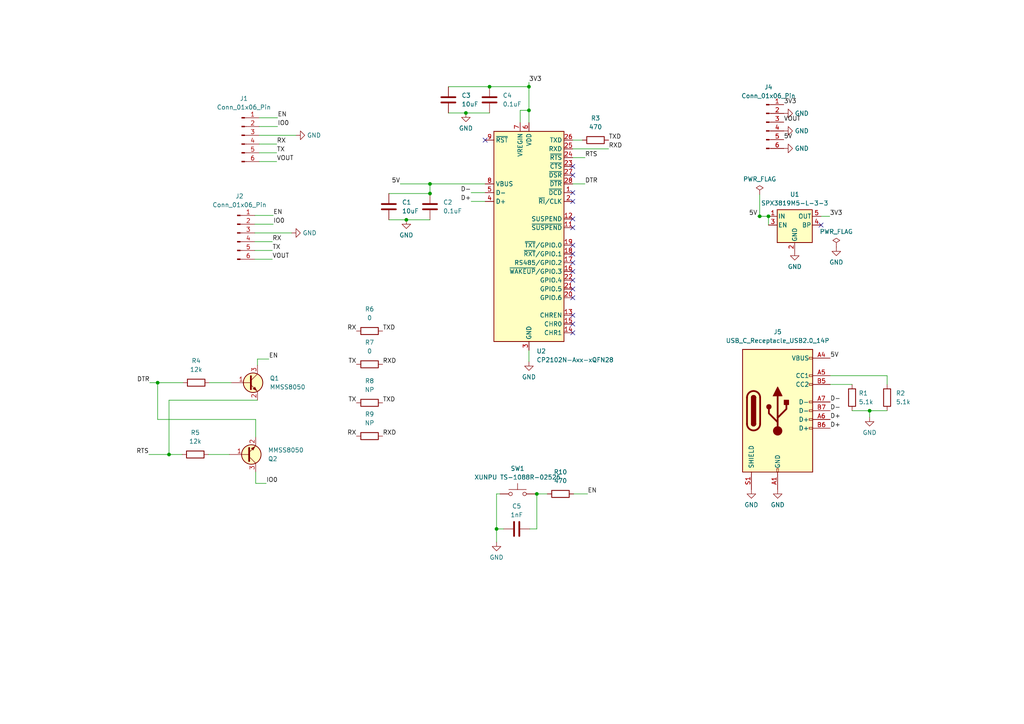
<source format=kicad_sch>
(kicad_sch (version 20230121) (generator eeschema)
  (paper "A4")
  (lib_symbols
    (symbol "Connector:Conn_01x06_Pin" (pin_names (offset 1.016) hide)
      (property "Reference" "J" (at 0 7.62 0))
      (property "Value" "Conn_01x06_Pin" (at 0 -10.16 0))
      (symbol "Conn_01x06_Pin_1_1"
        (polyline (pts (xy 1.27 -7.62) (xy 0.8636 -7.62)) (stroke (width 0.1524)))
        (polyline (pts (xy 1.27 -5.08) (xy 0.8636 -5.08)) (stroke (width 0.1524)))
        (polyline (pts (xy 1.27 -2.54) (xy 0.8636 -2.54)) (stroke (width 0.1524)))
        (polyline (pts (xy 1.27 0) (xy 0.8636 0)) (stroke (width 0.1524)))
        (polyline (pts (xy 1.27 2.54) (xy 0.8636 2.54)) (stroke (width 0.1524)))
        (polyline (pts (xy 1.27 5.08) (xy 0.8636 5.08)) (stroke (width 0.1524)))
        (rectangle (start 0.8636 -7.493) (end 0 -7.747) (stroke (width 0.1524)) (fill (type outline)))
        (rectangle (start 0.8636 -4.953) (end 0 -5.207) (stroke (width 0.1524)) (fill (type outline)))
        (rectangle (start 0.8636 -2.413) (end 0 -2.667) (stroke (width 0.1524)) (fill (type outline)))
        (rectangle (start 0.8636 0.127) (end 0 -0.127) (stroke (width 0.1524)) (fill (type outline)))
        (rectangle (start 0.8636 2.667) (end 0 2.413) (stroke (width 0.1524)) (fill (type outline)))
        (rectangle (start 0.8636 5.207) (end 0 4.953) (stroke (width 0.1524)) (fill (type outline)))
        (pin passive line (at 5.08 5.08 180) (length 3.81) (name "Pin_1") (number "1"))
        (pin passive line (at 5.08 2.54 180) (length 3.81) (name "Pin_2") (number "2"))
        (pin passive line (at 5.08 0 180) (length 3.81) (name "Pin_3") (number "3"))
        (pin passive line (at 5.08 -2.54 180) (length 3.81) (name "Pin_4") (number "4"))
        (pin passive line (at 5.08 -5.08 180) (length 3.81) (name "Pin_5") (number "5"))
        (pin passive line (at 5.08 -7.62 180) (length 3.81) (name "Pin_6") (number "6"))
      )
    )
    (symbol "Connector:USB_C_Receptacle_USB2.0_14P" (pin_names (offset 1.016))
      (property "Reference" "J" (at 0 22.225 0))
      (property "Value" "USB_C_Receptacle_USB2.0_14P" (at 0 19.685 0))
      (symbol "USB_C_Receptacle_USB2.0_14P_0_0"
        (rectangle (start -0.254 -17.78) (end 0.254 -16.764))
        (rectangle (start 10.16 -4.826) (end 9.144 -5.334))
        (rectangle (start 10.16 -2.286) (end 9.144 -2.794))
        (rectangle (start 10.16 0.254) (end 9.144 -0.254))
        (rectangle (start 10.16 2.794) (end 9.144 2.286))
        (rectangle (start 10.16 7.874) (end 9.144 7.366))
        (rectangle (start 10.16 10.414) (end 9.144 9.906))
        (rectangle (start 10.16 15.494) (end 9.144 14.986))
      )
      (symbol "USB_C_Receptacle_USB2.0_14P_0_1"
        (rectangle (start -10.16 17.78) (end 10.16 -17.78) (stroke (width 0.254)) (fill (type background)))
        (arc (start -8.89 -3.81) (mid -6.985 -5.7067) (end -5.08 -3.81) (stroke (width 0.508)))
        (arc (start -7.62 -3.81) (mid -6.985 -4.4423) (end -6.35 -3.81) (stroke (width 0.254)))
        (arc (start -7.62 -3.81) (mid -6.985 -4.4423) (end -6.35 -3.81) (stroke (width 0.254)) (fill (type outline)))
        (rectangle (start -7.62 -3.81) (end -6.35 3.81) (stroke (width 0.254)) (fill (type outline)))
        (arc (start -6.35 3.81) (mid -6.985 4.4423) (end -7.62 3.81) (stroke (width 0.254)))
        (arc (start -6.35 3.81) (mid -6.985 4.4423) (end -7.62 3.81) (stroke (width 0.254)) (fill (type outline)))
        (arc (start -5.08 3.81) (mid -6.985 5.7067) (end -8.89 3.81) (stroke (width 0.508)))
        (circle (center -2.54 1.143) (radius 0.635) (stroke (width 0.254)) (fill (type outline)))
        (circle (center 0 -5.842) (radius 1.27) (fill (type outline)))
        (polyline (pts (xy -8.89 -3.81) (xy -8.89 3.81)) (stroke (width 0.508)))
        (polyline (pts (xy -5.08 3.81) (xy -5.08 -3.81)) (stroke (width 0.508)))
        (polyline (pts (xy 0 -5.842) (xy 0 4.318)) (stroke (width 0.508)))
        (polyline (pts (xy 0 -3.302) (xy -2.54 -0.762) (xy -2.54 0.508)) (stroke (width 0.508)))
        (polyline (pts (xy 0 -2.032) (xy 2.54 0.508) (xy 2.54 1.778)) (stroke (width 0.508)))
        (polyline (pts (xy -1.27 4.318) (xy 0 6.858) (xy 1.27 4.318) (xy -1.27 4.318)) (stroke (width 0.254)) (fill (type outline)))
        (rectangle (start 1.905 1.778) (end 3.175 3.048) (stroke (width 0.254)) (fill (type outline)))
      )
      (symbol "USB_C_Receptacle_USB2.0_14P_1_1"
        (pin passive line (at 0 -22.86 90) (length 5.08) (name "GND") (number "A1"))
        (pin passive line (at 0 -22.86 90) (length 5.08) hide (name "GND") (number "A12"))
        (pin passive line (at 15.24 15.24 180) (length 5.08) (name "VBUS") (number "A4"))
        (pin bidirectional line (at 15.24 10.16 180) (length 5.08) (name "CC1") (number "A5"))
        (pin bidirectional line (at 15.24 -2.54 180) (length 5.08) (name "D+") (number "A6"))
        (pin bidirectional line (at 15.24 2.54 180) (length 5.08) (name "D-") (number "A7"))
        (pin passive line (at 15.24 15.24 180) (length 5.08) hide (name "VBUS") (number "A9"))
        (pin passive line (at 0 -22.86 90) (length 5.08) hide (name "GND") (number "B1"))
        (pin passive line (at 0 -22.86 90) (length 5.08) hide (name "GND") (number "B12"))
        (pin passive line (at 15.24 15.24 180) (length 5.08) hide (name "VBUS") (number "B4"))
        (pin bidirectional line (at 15.24 7.62 180) (length 5.08) (name "CC2") (number "B5"))
        (pin bidirectional line (at 15.24 -5.08 180) (length 5.08) (name "D+") (number "B6"))
        (pin bidirectional line (at 15.24 0 180) (length 5.08) (name "D-") (number "B7"))
        (pin passive line (at 15.24 15.24 180) (length 5.08) hide (name "VBUS") (number "B9"))
        (pin passive line (at -7.62 -22.86 90) (length 5.08) (name "SHIELD") (number "S1"))
      )
    )
    (symbol "Device:C" (pin_numbers hide) (pin_names (offset 0.254))
      (property "Reference" "C" (at 0.635 2.54 0))
      (property "Value" "C" (at 0.635 -2.54 0))
      (symbol "C_0_1"
        (polyline (pts (xy -2.032 -0.762) (xy 2.032 -0.762)) (stroke (width 0.508)))
        (polyline (pts (xy -2.032 0.762) (xy 2.032 0.762)) (stroke (width 0.508)))
      )
      (symbol "C_1_1"
        (pin passive line (at 0 3.81 270) (length 2.794) (name "~") (number "1"))
        (pin passive line (at 0 -3.81 90) (length 2.794) (name "~") (number "2"))
      )
    )
    (symbol "Device:R" (pin_numbers hide) (pin_names (offset 0))
      (property "Reference" "R" (at 2.032 0 90))
      (property "Value" "R" (at 0 0 90))
      (symbol "R_0_1"
        (rectangle (start -1.016 -2.54) (end 1.016 2.54) (stroke (width 0.254)))
      )
      (symbol "R_1_1"
        (pin passive line (at 0 3.81 270) (length 1.27) (name "~") (number "1"))
        (pin passive line (at 0 -3.81 90) (length 1.27) (name "~") (number "2"))
      )
    )
    (symbol "Interface_USB:CP2102N-Axx-xQFN28"
      (property "Reference" "U" (at -8.89 31.75 0))
      (property "Value" "CP2102N-Axx-xQFN28" (at 12.7 31.75 0))
      (symbol "CP2102N-Axx-xQFN28_0_1"
        (rectangle (start -10.16 30.48) (end 10.16 -30.48) (stroke (width 0.254)) (fill (type background)))
      )
      (symbol "CP2102N-Axx-xQFN28_1_1"
        (pin input line (at 12.7 12.7 180) (length 2.54) (name "~{DCD}") (number "1"))
        (pin no_connect line (at -10.16 -27.94 0) (length 2.54) hide (name "NC") (number "10"))
        (pin output line (at 12.7 2.54 180) (length 2.54) (name "~{SUSPEND}") (number "11"))
        (pin output line (at 12.7 5.08 180) (length 2.54) (name "SUSPEND") (number "12"))
        (pin output line (at 12.7 -22.86 180) (length 2.54) (name "CHREN") (number "13"))
        (pin output line (at 12.7 -27.94 180) (length 2.54) (name "CHR1") (number "14"))
        (pin output line (at 12.7 -25.4 180) (length 2.54) (name "CHR0") (number "15"))
        (pin bidirectional line (at 12.7 -10.16 180) (length 2.54) (name "~{WAKEUP}/GPIO.3") (number "16"))
        (pin bidirectional line (at 12.7 -7.62 180) (length 2.54) (name "RS485/GPIO.2") (number "17"))
        (pin bidirectional line (at 12.7 -5.08 180) (length 2.54) (name "~{RXT}/GPIO.1") (number "18"))
        (pin bidirectional line (at 12.7 -2.54 180) (length 2.54) (name "~{TXT}/GPIO.0") (number "19"))
        (pin bidirectional line (at 12.7 10.16 180) (length 2.54) (name "~{RI}/CLK") (number "2"))
        (pin bidirectional line (at 12.7 -17.78 180) (length 2.54) (name "GPIO.6") (number "20"))
        (pin bidirectional line (at 12.7 -15.24 180) (length 2.54) (name "GPIO.5") (number "21"))
        (pin bidirectional line (at 12.7 -12.7 180) (length 2.54) (name "GPIO.4") (number "22"))
        (pin input line (at 12.7 20.32 180) (length 2.54) (name "~{CTS}") (number "23"))
        (pin output line (at 12.7 22.86 180) (length 2.54) (name "~{RTS}") (number "24"))
        (pin input line (at 12.7 25.4 180) (length 2.54) (name "RXD") (number "25"))
        (pin output line (at 12.7 27.94 180) (length 2.54) (name "TXD") (number "26"))
        (pin input line (at 12.7 17.78 180) (length 2.54) (name "~{DSR}") (number "27"))
        (pin output line (at 12.7 15.24 180) (length 2.54) (name "~{DTR}") (number "28"))
        (pin passive line (at 0 -33.02 90) (length 2.54) hide (name "GND") (number "29"))
        (pin power_in line (at 0 -33.02 90) (length 2.54) (name "GND") (number "3"))
        (pin bidirectional line (at -12.7 10.16 0) (length 2.54) (name "D+") (number "4"))
        (pin bidirectional line (at -12.7 12.7 0) (length 2.54) (name "D-") (number "5"))
        (pin power_in line (at 0 33.02 270) (length 2.54) (name "VDD") (number "6"))
        (pin power_in line (at -2.54 33.02 270) (length 2.54) (name "VREGIN") (number "7"))
        (pin input line (at -12.7 15.24 0) (length 2.54) (name "VBUS") (number "8"))
        (pin input line (at -12.7 27.94 0) (length 2.54) (name "~{RST}") (number "9"))
      )
    )
    (symbol "Regulator_Linear:SPX3819M5-L-3-3" (pin_names (offset 0.254))
      (property "Reference" "U" (at -3.81 5.715 0))
      (property "Value" "SPX3819M5-L-3-3" (at 0 5.715 0))
      (symbol "SPX3819M5-L-3-3_0_1"
        (rectangle (start -5.08 4.445) (end 5.08 -5.08) (stroke (width 0.254)) (fill (type background)))
      )
      (symbol "SPX3819M5-L-3-3_1_1"
        (pin power_in line (at -7.62 2.54 0) (length 2.54) (name "IN") (number "1"))
        (pin power_in line (at 0 -7.62 90) (length 2.54) (name "GND") (number "2"))
        (pin input line (at -7.62 0 0) (length 2.54) (name "EN") (number "3"))
        (pin input line (at 7.62 0 180) (length 2.54) (name "BP") (number "4"))
        (pin power_out line (at 7.62 2.54 180) (length 2.54) (name "OUT") (number "5"))
      )
    )
    (symbol "Switch:SW_Push" (pin_numbers hide) (pin_names (offset 1.016) hide)
      (property "Reference" "SW" (at 1.27 2.54 0))
      (property "Value" "SW_Push" (at 0 -1.524 0))
      (symbol "SW_Push_0_1"
        (circle (center -2.032 0) (radius 0.508))
        (polyline (pts (xy 0 1.27) (xy 0 3.048)))
        (polyline (pts (xy 2.54 1.27) (xy -2.54 1.27)))
        (circle (center 2.032 0) (radius 0.508))
        (pin passive line (at -5.08 0 0) (length 2.54) (name "1") (number "1"))
        (pin passive line (at 5.08 0 180) (length 2.54) (name "2") (number "2"))
      )
    )
    (symbol "Transistor_BJT_AKL:MMSS8050" (pin_names hide)
      (property "Reference" "Q" (at 5.08 1.27 0))
      (property "Value" "MMSS8050" (at 5.08 -1.27 0))
      (symbol "MMSS8050_0_1"
        (polyline (pts (xy 0.635 0.635) (xy 2.54 2.54)))
        (polyline (pts (xy 0.635 -0.635) (xy 2.54 -2.54) (xy 2.54 -2.54)))
        (polyline (pts (xy 0.635 1.905) (xy 0.635 -1.905) (xy 0.635 -1.905)) (stroke (width 0.508)))
        (polyline (pts (xy 1.27 -1.778) (xy 1.778 -1.27) (xy 2.286 -2.286) (xy 1.27 -1.778) (xy 1.27 -1.778)) (fill (type outline)))
        (circle (center 1.27 0) (radius 2.8194) (stroke (width 0.254)) (fill (type background)))
      )
      (symbol "MMSS8050_1_1"
        (pin input line (at -5.08 0 0) (length 5.715) (name "B") (number "1"))
        (pin passive line (at 2.54 -5.08 90) (length 2.54) (name "E") (number "2"))
        (pin passive line (at 2.54 5.08 270) (length 2.54) (name "C") (number "3"))
      )
    )
    (symbol "power:GND" (power) (pin_names (offset 0))
      (property "Value" "GND" (at 0 -3.81 0))
      (symbol "GND_0_1"
        (polyline (pts (xy 0 0) (xy 0 -1.27) (xy 1.27 -1.27) (xy 0 -2.54) (xy -1.27 -1.27) (xy 0 -1.27)))
      )
      (symbol "GND_1_1"
        (pin power_in line (at 0 0 270) (length 0) hide (name "GND") (number "1"))
      )
    )
    (symbol "power:PWR_FLAG" (power) (pin_numbers hide) (pin_names (offset 0) hide)
      (property "Value" "PWR_FLAG" (at 0 3.81 0))
      (symbol "PWR_FLAG_0_0"
        (pin power_out line (at 0 0 90) (length 0) (name "pwr") (number "1"))
      )
      (symbol "PWR_FLAG_0_1"
        (polyline (pts (xy 0 0) (xy 0 1.27) (xy -1.016 1.905) (xy 0 2.54) (xy 1.016 1.905) (xy 0 1.27)))
      )
    )
  )
  (junction (at 141.986 25.146))
  (junction (at 222.885 62.738))
  (junction (at 135.128 32.766))
  (junction (at 49.022 131.826))
  (junction (at 220.345 62.738))
  (junction (at 124.714 53.34))
  (junction (at 45.72 110.998))
  (junction (at 153.416 32.004))
  (junction (at 252.222 119.126))
  (junction (at 155.702 143.256))
  (junction (at 153.416 25.146))
  (junction (at 124.714 56.134))
  (junction (at 117.856 63.754))
  (junction (at 144.018 153.416))
  (no_connect (at 166.116 81.28))
  (no_connect (at 166.116 73.66))
  (no_connect (at 166.116 91.44))
  (no_connect (at 238.125 65.278))
  (no_connect (at 166.116 86.36))
  (no_connect (at 166.116 66.04))
  (no_connect (at 140.716 40.64))
  (no_connect (at 166.116 58.42))
  (no_connect (at 166.116 71.12))
  (no_connect (at 166.116 50.8))
  (no_connect (at 166.116 78.74))
  (no_connect (at 166.116 76.2))
  (no_connect (at 166.116 63.5))
  (no_connect (at 166.116 55.88))
  (no_connect (at 166.116 93.98))
  (no_connect (at 166.116 83.82))
  (no_connect (at 166.116 48.26))
  (no_connect (at 166.116 96.52))
  (wire (pts (xy 75.184 36.703) (xy 80.518 36.703)))
  (wire (pts (xy 166.37 143.256) (xy 170.434 143.256)))
  (wire (pts (xy 130.048 25.146) (xy 141.986 25.146)))
  (wire (pts (xy 144.018 143.256) (xy 145.034 143.256)))
  (wire (pts (xy 155.702 143.256) (xy 158.75 143.256)))
  (wire (pts (xy 112.776 56.134) (xy 124.714 56.134)))
  (wire (pts (xy 155.194 143.256) (xy 155.702 143.256)))
  (wire (pts (xy 150.876 35.56) (xy 150.876 32.004)))
  (wire (pts (xy 112.776 63.754) (xy 117.856 63.754)))
  (wire (pts (xy 130.048 32.766) (xy 135.128 32.766)))
  (wire (pts (xy 252.222 119.126) (xy 252.222 121.031)))
  (wire (pts (xy 247.142 119.126) (xy 252.222 119.126)))
  (wire (pts (xy 74.676 104.14) (xy 74.676 105.918)))
  (wire (pts (xy 75.184 41.783) (xy 80.264 41.783)))
  (wire (pts (xy 144.018 153.416) (xy 144.018 143.256)))
  (wire (pts (xy 153.416 32.004) (xy 153.416 35.56)))
  (wire (pts (xy 150.876 32.004) (xy 153.416 32.004)))
  (wire (pts (xy 45.72 121.666) (xy 74.168 121.666)))
  (wire (pts (xy 166.116 45.72) (xy 169.672 45.72)))
  (wire (pts (xy 80.518 34.163) (xy 75.184 34.163)))
  (wire (pts (xy 75.184 46.863) (xy 80.264 46.863)))
  (wire (pts (xy 60.452 131.826) (xy 66.548 131.826)))
  (wire (pts (xy 74.168 121.666) (xy 74.168 126.746)))
  (wire (pts (xy 136.652 58.42) (xy 140.716 58.42)))
  (wire (pts (xy 43.18 131.826) (xy 49.022 131.826)))
  (wire (pts (xy 60.706 110.998) (xy 67.056 110.998)))
  (wire (pts (xy 144.018 157.226) (xy 144.018 153.416)))
  (wire (pts (xy 176.53 43.18) (xy 166.116 43.18)))
  (wire (pts (xy 74.168 140.208) (xy 74.168 136.906)))
  (wire (pts (xy 238.125 62.738) (xy 240.665 62.738)))
  (wire (pts (xy 116.078 53.34) (xy 124.714 53.34)))
  (wire (pts (xy 74.676 116.078) (xy 49.022 116.078)))
  (wire (pts (xy 124.714 53.34) (xy 124.714 56.134)))
  (wire (pts (xy 222.885 62.738) (xy 222.885 65.278)))
  (wire (pts (xy 45.72 110.998) (xy 45.72 121.666)))
  (wire (pts (xy 49.022 116.078) (xy 49.022 131.826)))
  (wire (pts (xy 75.184 39.243) (xy 85.852 39.243)))
  (wire (pts (xy 240.792 108.966) (xy 257.302 108.966)))
  (wire (pts (xy 166.116 40.64) (xy 168.91 40.64)))
  (wire (pts (xy 257.302 108.966) (xy 257.302 111.506)))
  (wire (pts (xy 153.67 153.416) (xy 155.702 153.416)))
  (wire (pts (xy 220.345 62.738) (xy 222.885 62.738)))
  (wire (pts (xy 77.216 140.208) (xy 74.168 140.208)))
  (wire (pts (xy 155.702 143.256) (xy 155.702 153.416)))
  (wire (pts (xy 73.914 72.644) (xy 78.994 72.644)))
  (wire (pts (xy 153.416 23.876) (xy 153.416 25.146)))
  (wire (pts (xy 73.914 70.104) (xy 78.994 70.104)))
  (wire (pts (xy 153.416 104.902) (xy 153.416 101.6)))
  (wire (pts (xy 124.714 53.34) (xy 140.716 53.34)))
  (wire (pts (xy 166.116 53.34) (xy 169.672 53.34)))
  (wire (pts (xy 240.792 111.506) (xy 247.142 111.506)))
  (wire (pts (xy 49.022 131.826) (xy 52.832 131.826)))
  (wire (pts (xy 252.222 119.126) (xy 257.302 119.126)))
  (wire (pts (xy 146.05 153.416) (xy 144.018 153.416)))
  (wire (pts (xy 77.978 104.14) (xy 74.676 104.14)))
  (wire (pts (xy 141.986 25.146) (xy 153.416 25.146)))
  (wire (pts (xy 45.72 110.998) (xy 53.086 110.998)))
  (wire (pts (xy 73.914 75.184) (xy 78.994 75.184)))
  (wire (pts (xy 43.434 110.998) (xy 45.72 110.998)))
  (wire (pts (xy 75.184 44.323) (xy 80.264 44.323)))
  (wire (pts (xy 136.652 55.88) (xy 140.716 55.88)))
  (wire (pts (xy 73.914 65.024) (xy 79.248 65.024)))
  (wire (pts (xy 73.914 67.564) (xy 84.582 67.564)))
  (wire (pts (xy 79.248 62.484) (xy 73.914 62.484)))
  (wire (pts (xy 117.856 63.754) (xy 124.714 63.754)))
  (wire (pts (xy 220.345 56.388) (xy 220.345 62.738)))
  (wire (pts (xy 153.416 25.146) (xy 153.416 32.004)))
  (wire (pts (xy 219.71 62.738) (xy 220.345 62.738)))
  (wire (pts (xy 135.128 32.766) (xy 141.986 32.766)))
  (label "EN" (at 79.248 62.484 0))
  (label "RTS" (at 43.18 131.826 180))
  (label "IO0" (at 79.248 65.024 0))
  (label "EN" (at 170.434 143.256 0))
  (label "D+" (at 240.792 121.666 0))
  (label "5V" (at 240.792 103.886 0))
  (label "RX" (at 103.378 96.012 180))
  (label "TX" (at 78.994 72.644 0))
  (label "3V3" (at 153.416 23.876 0))
  (label "RX" (at 80.264 41.783 0))
  (label "RXD" (at 110.998 105.664 0))
  (label "3V3" (at 227.33 30.353 0))
  (label "EN" (at 77.978 104.14 0))
  (label "D+" (at 136.652 58.42 180))
  (label "IO0" (at 77.216 140.208 0))
  (label "TX" (at 103.378 116.84 180))
  (label "D-" (at 240.792 119.126 0))
  (label "VOUT" (at 227.33 35.433 0))
  (label "TX" (at 103.378 105.664 180))
  (label "5V" (at 219.71 62.738 180))
  (label "EN" (at 80.518 34.163 0))
  (label "TXD" (at 176.53 40.64 0))
  (label "D+" (at 240.792 124.206 0))
  (label "RXD" (at 176.53 43.18 0))
  (label "VOUT" (at 78.994 75.184 0))
  (label "TXD" (at 110.998 96.012 0))
  (label "RTS" (at 169.672 45.72 0))
  (label "D-" (at 240.792 116.586 0))
  (label "3V3" (at 240.665 62.738 0))
  (label "RXD" (at 110.998 126.492 0))
  (label "D-" (at 136.652 55.88 180))
  (label "RX" (at 78.994 70.104 0))
  (label "5V" (at 116.078 53.34 180))
  (label "VOUT" (at 80.264 46.863 0))
  (label "5V" (at 227.33 40.513 0))
  (label "IO0" (at 80.518 36.703 0))
  (label "DTR" (at 43.434 110.998 180))
  (label "DTR" (at 169.672 53.34 0))
  (label "TX" (at 80.264 44.323 0))
  (label "RX" (at 103.378 126.492 180))
  (label "TXD" (at 110.998 116.84 0))
  (symbol (lib_id "power:GND") (at 135.128 32.766 0) (unit 1)
    (property "Reference" "#PWR012" (effects hide))
    (property "Value" "GND" (at 135.128 37.211 0))
  )
  (symbol (lib_id "Device:R") (at 56.642 131.826 90) (unit 1)
    (property "Reference" "R5" (at 56.642 125.476 90))
    (property "Value" "12k" (at 56.642 128.016 90))
    (property "Footprint" "Resistor_SMD:R_0603_1608Metric" (effects hide))
  )
  (symbol (lib_id "power:GND") (at 227.33 37.973 90) (unit 1)
    (property "Reference" "#PWR05" (effects hide))
    (property "Value" "GND" (at 230.505 37.973 90) (effects (justify right)))
  )
  (symbol (lib_id "power:GND") (at 144.018 157.226 0) (unit 1)
    (property "Reference" "#PWR014" (effects hide))
    (property "Value" "GND" (at 144.018 161.671 0))
  )
  (symbol (lib_id "power:GND") (at 230.505 72.898 0) (unit 1)
    (property "Reference" "#PWR07" (effects hide))
    (property "Value" "GND" (at 230.505 77.343 0))
  )
  (symbol (lib_id "Transistor_BJT_AKL:MMSS8050") (at 71.628 131.826 0) (mirror x) (unit 1)
    (property "Reference" "Q2" (at 77.724 133.096 0) (effects (justify left)))
    (property "Value" "MMSS8050" (at 77.724 130.556 0) (effects (justify left)))
    (property "Footprint" "Package_TO_SOT_SMD_AKL:SOT-23" (effects hide))
    (property "Datasheet" "https://www.tme.eu/Document/724c1368d1e41c0842e24711fa206132/MMSS8050.pdf" (effects hide))
  )
  (symbol (lib_id "power:GND") (at 227.33 43.053 90) (unit 1)
    (property "Reference" "#PWR06" (effects hide))
    (property "Value" "GND" (at 230.505 43.053 90) (effects (justify right)))
  )
  (symbol (lib_id "power:GND") (at 117.856 63.754 0) (unit 1)
    (property "Reference" "#PWR03" (effects hide))
    (property "Value" "GND" (at 117.856 68.199 0))
  )
  (symbol (lib_id "Device:R") (at 107.188 116.84 90) (unit 1)
    (property "Reference" "R8" (at 107.188 110.49 90))
    (property "Value" "NP" (at 107.188 113.03 90))
    (property "Footprint" "Resistor_SMD:R_0603_1608Metric" (effects hide))
  )
  (symbol (lib_id "Transistor_BJT_AKL:MMSS8050") (at 72.136 110.998 0) (unit 1)
    (property "Reference" "Q1" (at 78.232 109.728 0) (effects (justify left)))
    (property "Value" "MMSS8050" (at 78.232 112.268 0) (effects (justify left)))
    (property "Footprint" "Package_TO_SOT_SMD_AKL:SOT-23" (effects hide))
    (property "Datasheet" "https://www.tme.eu/Document/724c1368d1e41c0842e24711fa206132/MMSS8050.pdf" (effects hide))
  )
  (symbol (lib_id "power:PWR_FLAG") (at 220.345 56.388 0) (unit 1)
    (property "Reference" "#FLG01" (effects hide))
    (property "Value" "PWR_FLAG" (at 220.345 51.943 0))
  )
  (symbol (lib_id "Connector:USB_C_Receptacle_USB2.0_14P") (at 225.552 119.126 0) (unit 1)
    (property "Reference" "J5" (at 225.552 96.266 0))
    (property "Value" "USB_C_Receptacle_USB2.0_14P" (at 225.552 98.806 0))
    (property "Footprint" "Connector_USB:USB_C_Receptacle_XKB_U262-16XN-4BVC11" (effects hide))
    (property "Datasheet" "https://www.usb.org/sites/default/files/documents/usb_type-c.zip" (effects hide))
  )
  (symbol (lib_id "Device:C") (at 124.714 59.944 0) (unit 1)
    (property "Reference" "C2" (at 128.524 58.674 0) (effects (justify left)))
    (property "Value" "0.1uF" (at 128.524 61.214 0) (effects (justify left)))
    (property "Footprint" "Capacitor_SMD:C_0603_1608Metric" (effects hide))
  )
  (symbol (lib_id "Interface_USB:CP2102N-Axx-xQFN28") (at 153.416 68.58 0) (unit 1)
    (property "Reference" "U2" (at 155.6101 101.854 0) (effects (justify left)))
    (property "Value" "CP2102N-Axx-xQFN28" (at 155.6101 104.394 0) (effects (justify left)))
    (property "Footprint" "Package_DFN_QFN:QFN-28-1EP_5x5mm_P0.5mm_EP3.35x3.35mm" (effects hide))
    (property "Datasheet" "https://www.silabs.com/documents/public/data-sheets/cp2102n-datasheet.pdf" (effects hide))
  )
  (symbol (lib_id "Connector:Conn_01x06_Pin") (at 222.25 35.433 0) (unit 1)
    (property "Reference" "J4" (at 222.885 25.273 0))
    (property "Value" "Conn_01x06_Pin" (at 222.885 27.813 0))
    (property "Footprint" "Connector_PinHeader_2.54mm:PinHeader_2x03_P2.54mm_Vertical" (effects hide))
  )
  (symbol (lib_id "Device:C") (at 112.776 59.944 0) (unit 1)
    (property "Reference" "C1" (at 116.586 58.674 0) (effects (justify left)))
    (property "Value" "10uF" (at 116.586 61.214 0) (effects (justify left)))
    (property "Footprint" "Capacitor_SMD:C_0603_1608Metric" (effects hide))
  )
  (symbol (lib_id "Device:C") (at 149.86 153.416 90) (unit 1)
    (property "Reference" "C5" (at 149.86 146.812 90))
    (property "Value" "1nF" (at 149.86 149.352 90))
    (property "Footprint" "Capacitor_SMD:C_0603_1608Metric" (effects hide))
  )
  (symbol (lib_id "Device:R") (at 247.142 115.316 180) (unit 1)
    (property "Reference" "R1" (at 249.047 114.046 0) (effects (justify right)))
    (property "Value" "5.1k" (at 249.047 116.586 0) (effects (justify right)))
    (property "Footprint" "Resistor_SMD:R_0603_1608Metric" (effects hide))
  )
  (symbol (lib_id "Regulator_Linear:SPX3819M5-L-3-3") (at 230.505 65.278 0) (unit 1)
    (property "Reference" "U1" (at 230.505 56.388 0))
    (property "Value" "SPX3819M5-L-3-3" (at 230.505 58.928 0))
    (property "Footprint" "Package_TO_SOT_SMD:SOT-23-5" (effects hide))
    (property "Datasheet" "https://www.exar.com/content/document.ashx?id=22106&languageid=1033&type=Datasheet&partnumber=SPX3819&filename=SPX3819.pdf&part=SPX3819" (effects hide))
  )
  (symbol (lib_id "power:GND") (at 252.222 121.031 0) (unit 1)
    (property "Reference" "#PWR011" (effects hide))
    (property "Value" "GND" (at 252.222 125.476 0))
  )
  (symbol (lib_id "Device:C") (at 141.986 28.956 0) (unit 1)
    (property "Reference" "C4" (at 145.796 27.686 0) (effects (justify left)))
    (property "Value" "0.1uF" (at 145.796 30.226 0) (effects (justify left)))
    (property "Footprint" "Capacitor_SMD:C_0603_1608Metric" (effects hide))
  )
  (symbol (lib_id "power:GND") (at 217.932 141.986 0) (unit 1)
    (property "Reference" "#PWR09" (effects hide))
    (property "Value" "GND" (at 217.932 146.431 0))
  )
  (symbol (lib_id "power:GND") (at 227.33 32.893 90) (unit 1)
    (property "Reference" "#PWR04" (effects hide))
    (property "Value" "GND" (at 230.505 32.893 90) (effects (justify right)))
  )
  (symbol (lib_id "Device:R") (at 56.896 110.998 90) (unit 1)
    (property "Reference" "R4" (at 56.896 104.648 90))
    (property "Value" "12k" (at 56.896 107.188 90))
    (property "Footprint" "Resistor_SMD:R_0603_1608Metric" (effects hide))
  )
  (symbol (lib_id "Device:R") (at 107.188 105.664 90) (unit 1)
    (property "Reference" "R7" (at 107.188 99.314 90))
    (property "Value" "0" (at 107.188 101.854 90))
    (property "Footprint" "Resistor_SMD:R_0603_1608Metric" (effects hide))
  )
  (symbol (lib_id "Device:R") (at 257.302 115.316 180) (unit 1)
    (property "Reference" "R2" (at 259.842 114.046 0) (effects (justify right)))
    (property "Value" "5.1k" (at 259.842 116.586 0) (effects (justify right)))
    (property "Footprint" "Resistor_SMD:R_0603_1608Metric" (effects hide))
  )
  (symbol (lib_id "power:GND") (at 84.582 67.564 90) (unit 1)
    (property "Reference" "#PWR013" (effects hide))
    (property "Value" "GND" (at 87.757 67.564 90) (effects (justify right)))
  )
  (symbol (lib_id "power:GND") (at 85.852 39.243 90) (unit 1)
    (property "Reference" "#PWR01" (effects hide))
    (property "Value" "GND" (at 89.027 39.243 90) (effects (justify right)))
  )
  (symbol (lib_id "Device:C") (at 130.048 28.956 0) (unit 1)
    (property "Reference" "C3" (at 133.858 27.686 0) (effects (justify left)))
    (property "Value" "10uF" (at 133.858 30.226 0) (effects (justify left)))
    (property "Footprint" "Capacitor_SMD:C_0603_1608Metric" (effects hide))
  )
  (symbol (lib_id "power:GND") (at 153.416 104.902 0) (unit 1)
    (property "Reference" "#PWR02" (effects hide))
    (property "Value" "GND" (at 153.416 109.347 0))
  )
  (symbol (lib_id "power:GND") (at 242.57 71.628 0) (unit 1)
    (property "Reference" "#PWR08" (effects hide))
    (property "Value" "GND" (at 242.57 76.073 0))
  )
  (symbol (lib_id "Switch:SW_Push") (at 150.114 143.256 0) (unit 1)
    (property "Reference" "SW1" (at 150.114 135.89 0))
    (property "Value" "XUNPU TS-1088R-02526" (at 150.114 138.43 0))
    (property "Footprint" "Button_Switch_SMD:SW_Push_SPST_NO_Alps_SKRK" (effects hide))
  )
  (symbol (lib_id "Device:R") (at 107.188 126.492 90) (unit 1)
    (property "Reference" "R9" (at 107.188 120.142 90))
    (property "Value" "NP" (at 107.188 122.682 90))
    (property "Footprint" "Resistor_SMD:R_0603_1608Metric" (effects hide))
  )
  (symbol (lib_id "Device:R") (at 107.188 96.012 90) (unit 1)
    (property "Reference" "R6" (at 107.188 89.662 90))
    (property "Value" "0" (at 107.188 92.202 90))
    (property "Footprint" "Resistor_SMD:R_0603_1608Metric" (effects hide))
  )
  (symbol (lib_id "Connector:Conn_01x06_Pin") (at 70.104 39.243 0) (unit 1)
    (property "Reference" "J1" (at 70.739 28.575 0))
    (property "Value" "Conn_01x06_Pin" (at 70.739 31.115 0))
    (property "Footprint" "Connector_PinHeader_2.54mm:PinHeader_1x06_P2.54mm_Vertical" (effects hide))
  )
  (symbol (lib_id "Device:R") (at 172.72 40.64 90) (unit 1)
    (property "Reference" "R3" (at 172.72 34.29 90))
    (property "Value" "470" (at 172.72 36.83 90))
    (property "Footprint" "Resistor_SMD:R_0603_1608Metric" (effects hide))
  )
  (symbol (lib_id "power:GND") (at 225.552 141.986 0) (unit 1)
    (property "Reference" "#PWR010" (effects hide))
    (property "Value" "GND" (at 225.552 146.431 0))
  )
  (symbol (lib_id "Device:R") (at 162.56 143.256 90) (unit 1)
    (property "Reference" "R10" (at 162.56 136.906 90))
    (property "Value" "470" (at 162.56 139.446 90))
    (property "Footprint" "Resistor_SMD:R_0603_1608Metric" (effects hide))
  )
  (symbol (lib_id "Connector:Conn_01x06_Pin") (at 68.834 67.564 0) (unit 1)
    (property "Reference" "J2" (at 69.469 56.896 0))
    (property "Value" "Conn_01x06_Pin" (at 69.469 59.436 0))
    (property "Footprint" "Connector_PinHeader_2.00mm:PinHeader_1x06_P2.00mm_Vertical" (effects hide))
  )
  (symbol (lib_id "power:PWR_FLAG") (at 242.57 71.628 0) (unit 1)
    (property "Reference" "#FLG02" (effects hide))
    (property "Value" "PWR_FLAG" (at 242.57 67.183 0))
  )
)
</source>
